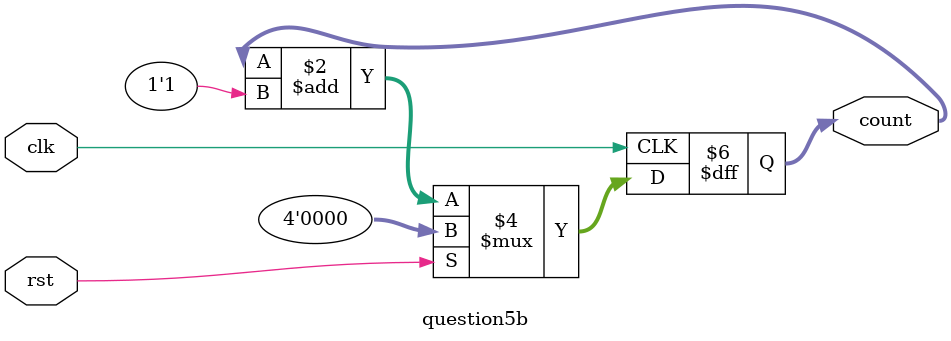
<source format=v>
`timescale 1ns / 1ps
module question5b(
	input  wire      clk,
	input  wire      rst,
   output reg [3:0] count
   );

	always @ (posedge clk) begin
		if (rst) count <= 4'b0;
		else count <= count + 1'b1;
	end

endmodule

</source>
